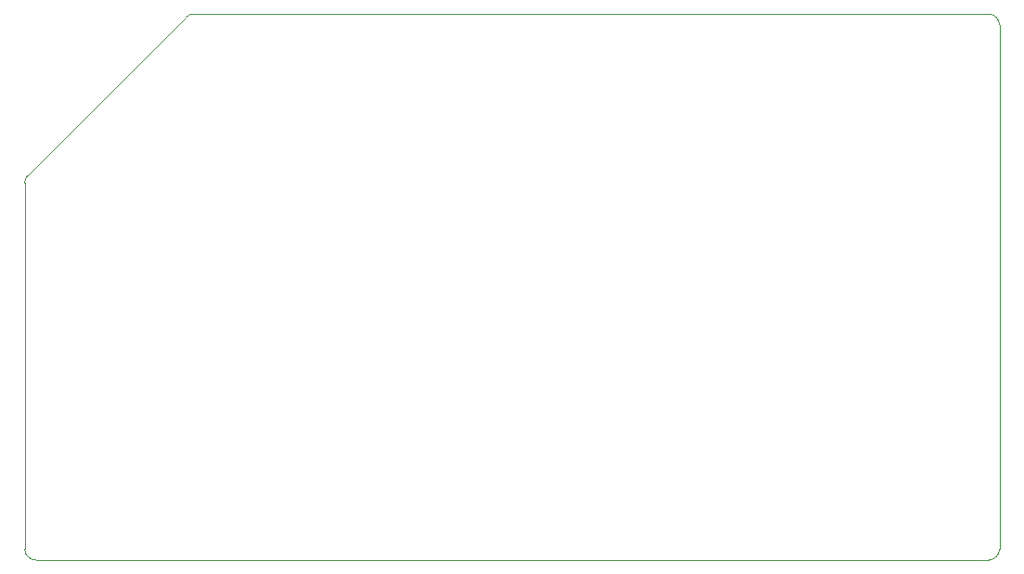
<source format=gbr>
G04 #@! TF.GenerationSoftware,KiCad,Pcbnew,(5.1.0)-1*
G04 #@! TF.CreationDate,2020-07-20T11:56:29-07:00*
G04 #@! TF.ProjectId,Tiny_Z80,54696e79-5f5a-4383-902e-6b696361645f,rev?*
G04 #@! TF.SameCoordinates,Original*
G04 #@! TF.FileFunction,Profile,NP*
%FSLAX46Y46*%
G04 Gerber Fmt 4.6, Leading zero omitted, Abs format (unit mm)*
G04 Created by KiCad (PCBNEW (5.1.0)-1) date 2020-07-20 11:56:29*
%MOMM*%
%LPD*%
G04 APERTURE LIST*
%ADD10C,0.050000*%
G04 APERTURE END LIST*
D10*
X125494180Y-93604480D02*
X139908680Y-79189980D01*
X125196600Y-127736600D02*
X125196600Y-94322900D01*
X213080600Y-128752600D02*
X126212600Y-128752600D01*
X214096600Y-79908400D02*
X214096600Y-127736600D01*
X140627100Y-78892400D02*
X213080600Y-78892400D01*
X139908680Y-79189980D02*
G75*
G02X140627100Y-78892400I718420J-718420D01*
G01*
X125494180Y-93604480D02*
G75*
G03X125196600Y-94322900I718420J-718420D01*
G01*
X126212600Y-128752600D02*
G75*
G02X125196600Y-127736600I0J1016000D01*
G01*
X213080600Y-78892400D02*
G75*
G02X214096600Y-79908400I0J-1016000D01*
G01*
X214096600Y-127736600D02*
G75*
G02X213080600Y-128752600I-1016000J0D01*
G01*
M02*

</source>
